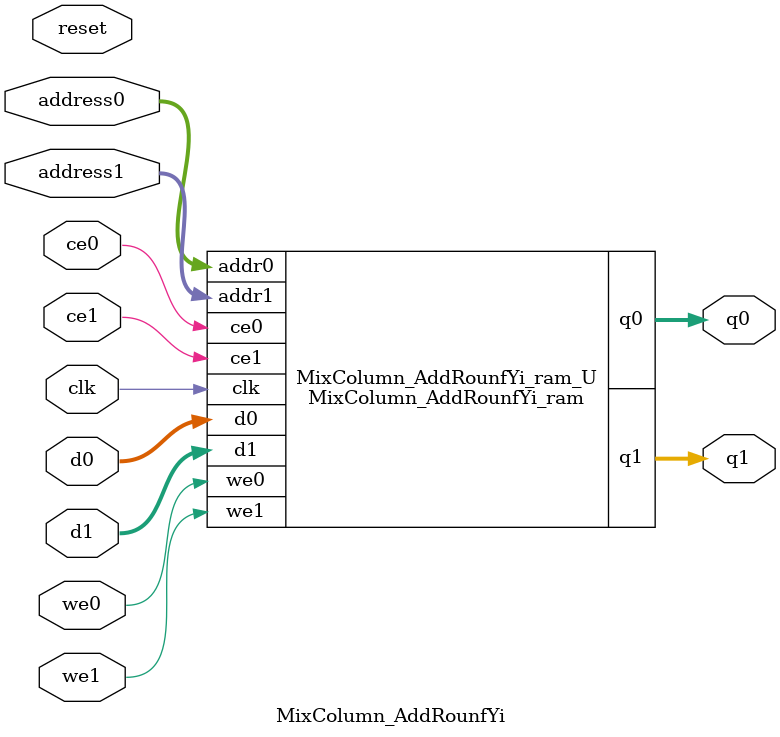
<source format=v>

`timescale 1 ns / 1 ps
module MixColumn_AddRounfYi_ram (addr0, ce0, d0, we0, q0, addr1, ce1, d1, we1, q1,  clk);

parameter DWIDTH = 32;
parameter AWIDTH = 5;
parameter MEM_SIZE = 32;

input[AWIDTH-1:0] addr0;
input ce0;
input[DWIDTH-1:0] d0;
input we0;
output reg[DWIDTH-1:0] q0;
input[AWIDTH-1:0] addr1;
input ce1;
input[DWIDTH-1:0] d1;
input we1;
output reg[DWIDTH-1:0] q1;
input clk;

(* ram_style = "block" *)reg [DWIDTH-1:0] ram[0:MEM_SIZE-1];




always @(posedge clk)  
begin 
    if (ce0) 
    begin
        if (we0) 
        begin 
            ram[addr0] <= d0; 
        end 
            q0 <= ram[addr0];
    end
end


always @(posedge clk)  
begin 
    if (ce1) 
    begin
        if (we1) 
        begin 
            ram[addr1] <= d1; 
        end 
            q1 <= ram[addr1];
    end
end


endmodule


`timescale 1 ns / 1 ps
module MixColumn_AddRounfYi(
    reset,
    clk,
    address0,
    ce0,
    we0,
    d0,
    q0,
    address1,
    ce1,
    we1,
    d1,
    q1);

parameter DataWidth = 32'd32;
parameter AddressRange = 32'd32;
parameter AddressWidth = 32'd5;
input reset;
input clk;
input[AddressWidth - 1:0] address0;
input ce0;
input we0;
input[DataWidth - 1:0] d0;
output[DataWidth - 1:0] q0;
input[AddressWidth - 1:0] address1;
input ce1;
input we1;
input[DataWidth - 1:0] d1;
output[DataWidth - 1:0] q1;



MixColumn_AddRounfYi_ram MixColumn_AddRounfYi_ram_U(
    .clk( clk ),
    .addr0( address0 ),
    .ce0( ce0 ),
    .d0( d0 ),
    .we0( we0 ),
    .q0( q0 ),
    .addr1( address1 ),
    .ce1( ce1 ),
    .d1( d1 ),
    .we1( we1 ),
    .q1( q1 ));

endmodule


</source>
